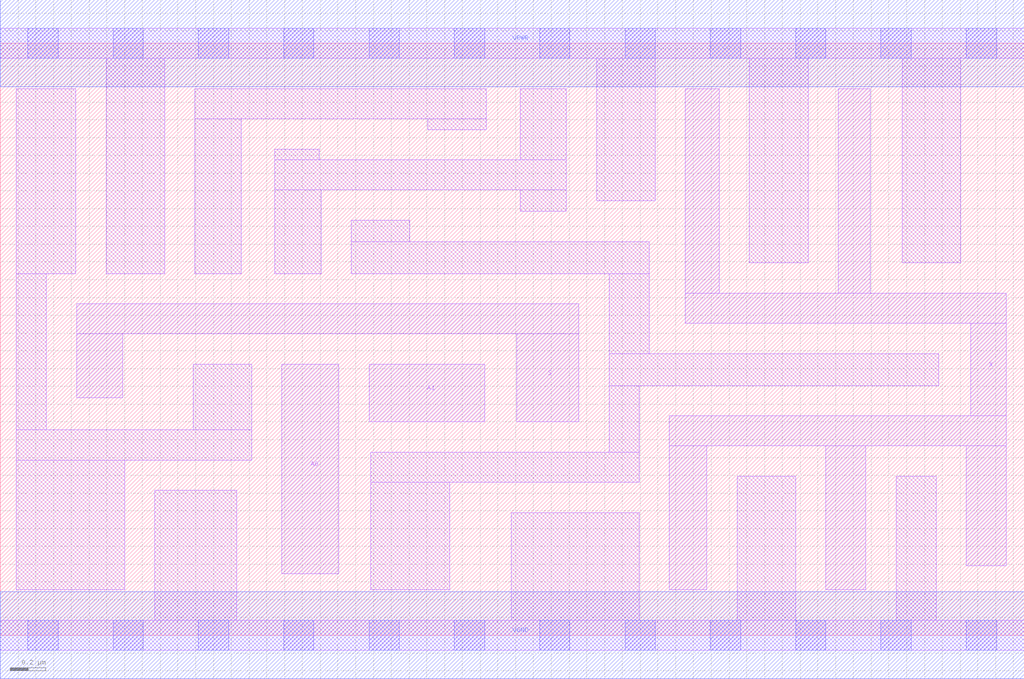
<source format=lef>
# Copyright 2020 The SkyWater PDK Authors
#
# Licensed under the Apache License, Version 2.0 (the "License");
# you may not use this file except in compliance with the License.
# You may obtain a copy of the License at
#
#     https://www.apache.org/licenses/LICENSE-2.0
#
# Unless required by applicable law or agreed to in writing, software
# distributed under the License is distributed on an "AS IS" BASIS,
# WITHOUT WARRANTIES OR CONDITIONS OF ANY KIND, either express or implied.
# See the License for the specific language governing permissions and
# limitations under the License.
#
# SPDX-License-Identifier: Apache-2.0

VERSION 5.7 ;
  NAMESCASESENSITIVE ON ;
  NOWIREEXTENSIONATPIN ON ;
  DIVIDERCHAR "/" ;
  BUSBITCHARS "[]" ;
UNITS
  DATABASE MICRONS 200 ;
END UNITS
MACRO sky130_fd_sc_lp__mux2_4
  CLASS CORE ;
  FOREIGN sky130_fd_sc_lp__mux2_4 ;
  ORIGIN  0.000000  0.000000 ;
  SIZE  5.760000 BY  3.330000 ;
  SYMMETRY X Y R90 ;
  SITE unit ;
  PIN A0
    ANTENNAGATEAREA  0.315000 ;
    DIRECTION INPUT ;
    USE SIGNAL ;
    PORT
      LAYER li1 ;
        RECT 1.585000 0.345000 1.905000 1.525000 ;
    END
  END A0
  PIN A1
    ANTENNAGATEAREA  0.315000 ;
    DIRECTION INPUT ;
    USE SIGNAL ;
    PORT
      LAYER li1 ;
        RECT 2.075000 1.200000 2.725000 1.525000 ;
    END
  END A1
  PIN S
    ANTENNAGATEAREA  0.630000 ;
    DIRECTION INPUT ;
    USE SIGNAL ;
    PORT
      LAYER li1 ;
        RECT 0.430000 1.335000 0.690000 1.695000 ;
        RECT 0.430000 1.695000 3.255000 1.865000 ;
        RECT 2.905000 1.200000 3.255000 1.695000 ;
    END
  END S
  PIN X
    ANTENNADIFFAREA  1.176000 ;
    DIRECTION OUTPUT ;
    USE SIGNAL ;
    PORT
      LAYER li1 ;
        RECT 3.765000 0.255000 3.975000 1.065000 ;
        RECT 3.765000 1.065000 5.660000 1.235000 ;
        RECT 3.855000 1.755000 5.660000 1.925000 ;
        RECT 3.855000 1.925000 4.045000 3.075000 ;
        RECT 4.645000 0.255000 4.870000 1.065000 ;
        RECT 4.715000 1.925000 4.895000 3.075000 ;
        RECT 5.435000 0.390000 5.660000 1.065000 ;
        RECT 5.460000 1.235000 5.660000 1.755000 ;
    END
  END X
  PIN VGND
    DIRECTION INOUT ;
    USE GROUND ;
    PORT
      LAYER met1 ;
        RECT 0.000000 -0.245000 5.760000 0.245000 ;
    END
  END VGND
  PIN VPWR
    DIRECTION INOUT ;
    USE POWER ;
    PORT
      LAYER met1 ;
        RECT 0.000000 3.085000 5.760000 3.575000 ;
    END
  END VPWR
  OBS
    LAYER li1 ;
      RECT 0.000000 -0.085000 5.760000 0.085000 ;
      RECT 0.000000  3.245000 5.760000 3.415000 ;
      RECT 0.090000  0.255000 0.700000 0.985000 ;
      RECT 0.090000  0.985000 1.415000 1.155000 ;
      RECT 0.090000  1.155000 0.260000 2.035000 ;
      RECT 0.090000  2.035000 0.425000 3.075000 ;
      RECT 0.595000  2.035000 0.925000 3.245000 ;
      RECT 0.870000  0.085000 1.330000 0.815000 ;
      RECT 1.085000  1.155000 1.415000 1.525000 ;
      RECT 1.095000  2.035000 1.355000 2.905000 ;
      RECT 1.095000  2.905000 2.735000 3.075000 ;
      RECT 1.545000  2.035000 1.805000 2.505000 ;
      RECT 1.545000  2.505000 3.185000 2.675000 ;
      RECT 1.545000  2.675000 1.795000 2.735000 ;
      RECT 1.975000  2.035000 3.650000 2.215000 ;
      RECT 1.975000  2.215000 2.305000 2.335000 ;
      RECT 2.085000  0.255000 2.530000 0.860000 ;
      RECT 2.085000  0.860000 3.595000 1.030000 ;
      RECT 2.405000  2.845000 2.735000 2.905000 ;
      RECT 2.875000  0.085000 3.595000 0.690000 ;
      RECT 2.925000  2.385000 3.185000 2.505000 ;
      RECT 2.925000  2.675000 3.185000 3.075000 ;
      RECT 3.355000  2.445000 3.685000 3.245000 ;
      RECT 3.425000  1.030000 3.595000 1.405000 ;
      RECT 3.425000  1.405000 5.280000 1.585000 ;
      RECT 3.425000  1.585000 3.650000 2.035000 ;
      RECT 4.145000  0.085000 4.475000 0.895000 ;
      RECT 4.215000  2.095000 4.545000 3.245000 ;
      RECT 5.040000  0.085000 5.265000 0.895000 ;
      RECT 5.075000  2.095000 5.405000 3.245000 ;
    LAYER mcon ;
      RECT 0.155000 -0.085000 0.325000 0.085000 ;
      RECT 0.155000  3.245000 0.325000 3.415000 ;
      RECT 0.635000 -0.085000 0.805000 0.085000 ;
      RECT 0.635000  3.245000 0.805000 3.415000 ;
      RECT 1.115000 -0.085000 1.285000 0.085000 ;
      RECT 1.115000  3.245000 1.285000 3.415000 ;
      RECT 1.595000 -0.085000 1.765000 0.085000 ;
      RECT 1.595000  3.245000 1.765000 3.415000 ;
      RECT 2.075000 -0.085000 2.245000 0.085000 ;
      RECT 2.075000  3.245000 2.245000 3.415000 ;
      RECT 2.555000 -0.085000 2.725000 0.085000 ;
      RECT 2.555000  3.245000 2.725000 3.415000 ;
      RECT 3.035000 -0.085000 3.205000 0.085000 ;
      RECT 3.035000  3.245000 3.205000 3.415000 ;
      RECT 3.515000 -0.085000 3.685000 0.085000 ;
      RECT 3.515000  3.245000 3.685000 3.415000 ;
      RECT 3.995000 -0.085000 4.165000 0.085000 ;
      RECT 3.995000  3.245000 4.165000 3.415000 ;
      RECT 4.475000 -0.085000 4.645000 0.085000 ;
      RECT 4.475000  3.245000 4.645000 3.415000 ;
      RECT 4.955000 -0.085000 5.125000 0.085000 ;
      RECT 4.955000  3.245000 5.125000 3.415000 ;
      RECT 5.435000 -0.085000 5.605000 0.085000 ;
      RECT 5.435000  3.245000 5.605000 3.415000 ;
  END
END sky130_fd_sc_lp__mux2_4
END LIBRARY

</source>
